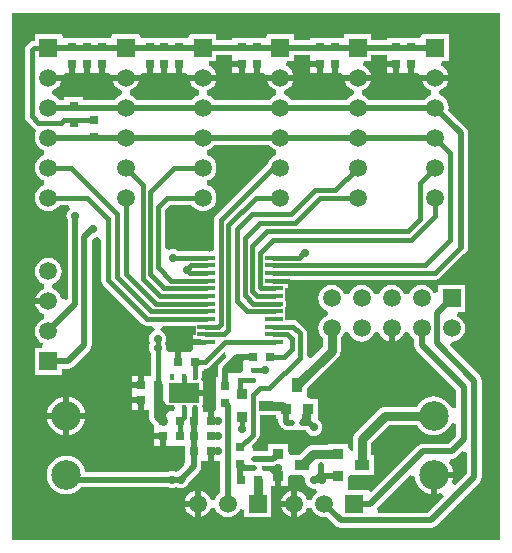
<source format=gtl>
G04*
G04 #@! TF.GenerationSoftware,Altium Limited,Altium Designer,19.0.10 (269)*
G04*
G04 Layer_Physical_Order=1*
G04 Layer_Color=255*
%FSLAX25Y25*%
%MOIN*%
G70*
G01*
G75*
%ADD10C,0.02000*%
%ADD19R,0.03150X0.02953*%
%ADD20R,0.02953X0.03150*%
%ADD21R,0.05000X0.03600*%
%ADD22R,0.03600X0.03600*%
%ADD23R,0.01772X0.01772*%
%ADD24R,0.05906X0.01772*%
G04:AMPARAMS|DCode=25|XSize=68.9mil|YSize=98.43mil|CornerRadius=3.45mil|HoleSize=0mil|Usage=FLASHONLY|Rotation=270.000|XOffset=0mil|YOffset=0mil|HoleType=Round|Shape=RoundedRectangle|*
%AMROUNDEDRECTD25*
21,1,0.06890,0.09153,0,0,270.0*
21,1,0.06201,0.09843,0,0,270.0*
1,1,0.00689,-0.04577,-0.03100*
1,1,0.00689,-0.04577,0.03100*
1,1,0.00689,0.04577,0.03100*
1,1,0.00689,0.04577,-0.03100*
%
%ADD25ROUNDEDRECTD25*%
%ADD26R,0.01772X0.01968*%
%ADD27R,0.01772X0.01772*%
%ADD28R,0.03600X0.05000*%
%ADD29R,0.03600X0.03600*%
%ADD45C,0.01500*%
%ADD46C,0.03000*%
%ADD47R,0.05906X0.05906*%
%ADD48C,0.05906*%
%ADD49R,0.05906X0.05906*%
%ADD50C,0.09843*%
%ADD51C,0.02756*%
G36*
X300500Y197000D02*
X138000D01*
Y372500D01*
X300500D01*
Y197000D01*
D02*
G37*
%LPC*%
G36*
X283453Y365453D02*
X274547D01*
X274075Y364331D01*
X262925D01*
Y363549D01*
X257653D01*
Y365453D01*
X248747D01*
X248575Y364331D01*
X237425D01*
Y363549D01*
X231853D01*
Y365453D01*
X222947D01*
X222575Y364331D01*
X211425D01*
Y363549D01*
X206053D01*
Y365453D01*
X197147D01*
X196575Y364331D01*
X180925D01*
X180253Y365453D01*
X171347D01*
X171075Y364331D01*
X154925D01*
X154453Y365453D01*
X145547D01*
Y363294D01*
X145308D01*
X144430Y363120D01*
X143685Y362622D01*
X142878Y361815D01*
X142380Y361070D01*
X142206Y360192D01*
Y338180D01*
X142380Y337302D01*
X142878Y336558D01*
X145058Y334378D01*
X145078Y334364D01*
X145791Y333592D01*
X145745Y332363D01*
X145662Y332162D01*
X145509Y331000D01*
X145662Y329838D01*
X146110Y328754D01*
X146824Y327824D01*
X147754Y327111D01*
X148559Y326777D01*
X148688Y326112D01*
Y325888D01*
X148559Y325223D01*
X147754Y324889D01*
X146824Y324176D01*
X146110Y323246D01*
X145662Y322162D01*
X145509Y321000D01*
X145662Y319838D01*
X146110Y318754D01*
X146824Y317824D01*
X147754Y317110D01*
X148559Y316777D01*
X148688Y316112D01*
Y315888D01*
X148559Y315223D01*
X147754Y314890D01*
X146824Y314176D01*
X146110Y313246D01*
X145662Y312162D01*
X145509Y311000D01*
X145662Y309838D01*
X146110Y308754D01*
X146824Y307824D01*
X147754Y307111D01*
X148838Y306662D01*
X150000Y306509D01*
X151162Y306662D01*
X152246Y307111D01*
X153176Y307824D01*
X153852Y308706D01*
X156643D01*
X157147Y307206D01*
X156947Y307053D01*
X156486Y306451D01*
X156196Y305751D01*
X156097Y305000D01*
X156196Y304249D01*
X156451Y303633D01*
Y277431D01*
X155935Y277026D01*
X154338Y277662D01*
X153890Y278746D01*
X153176Y279676D01*
X152246Y280389D01*
X151441Y280723D01*
X151312Y281388D01*
Y281612D01*
X151441Y282277D01*
X152246Y282611D01*
X153176Y283324D01*
X153890Y284254D01*
X154338Y285338D01*
X154491Y286500D01*
X154338Y287662D01*
X153890Y288746D01*
X153176Y289676D01*
X152246Y290389D01*
X151162Y290838D01*
X150000Y290991D01*
X148838Y290838D01*
X147754Y290389D01*
X146824Y289676D01*
X146110Y288746D01*
X145662Y287662D01*
X145509Y286500D01*
X145662Y285338D01*
X146110Y284254D01*
X146824Y283324D01*
X147754Y282611D01*
X148559Y282277D01*
X148688Y281612D01*
Y281388D01*
X148559Y280723D01*
X147754Y280389D01*
X146824Y279676D01*
X146110Y278746D01*
X145662Y277662D01*
X145641Y277500D01*
X150000D01*
Y275500D01*
X145641D01*
X145662Y275338D01*
X146110Y274254D01*
X146824Y273324D01*
X147754Y272610D01*
X148559Y272277D01*
X148688Y271612D01*
Y271388D01*
X148559Y270723D01*
X147754Y270390D01*
X146824Y269676D01*
X146110Y268746D01*
X145662Y267662D01*
X145509Y266500D01*
X145662Y265338D01*
X146110Y264254D01*
X146824Y263324D01*
X147754Y262611D01*
X148135Y262453D01*
X147837Y260953D01*
X145547D01*
Y252047D01*
X154453D01*
Y253951D01*
X156500D01*
X157475Y254145D01*
X158302Y254698D01*
X163802Y260198D01*
X164355Y261024D01*
X164549Y262000D01*
Y296944D01*
X165233Y297628D01*
X165751Y297696D01*
X166206Y297884D01*
X167046Y297547D01*
X167706Y297058D01*
Y283500D01*
X167880Y282622D01*
X168378Y281878D01*
X181275Y268980D01*
X182020Y268483D01*
X182898Y268308D01*
X184656D01*
X185748Y267324D01*
X185748Y267324D01*
X185748D01*
X185782Y266808D01*
X185749Y266804D01*
X185049Y266514D01*
X184447Y266053D01*
X183986Y265451D01*
X183696Y264751D01*
X183597Y264000D01*
X183696Y263249D01*
X183986Y262549D01*
X184023Y262500D01*
X183986Y262451D01*
X183696Y261751D01*
X183597Y261000D01*
X183696Y260249D01*
X183986Y259549D01*
X184206Y259262D01*
Y251575D01*
X181791D01*
Y248500D01*
X180791D01*
Y247500D01*
X177815D01*
Y245425D01*
Y244500D01*
X180791D01*
Y243500D01*
X181791D01*
Y240425D01*
X183474D01*
Y238146D01*
X183577Y237363D01*
X183879Y236633D01*
X184360Y236006D01*
X185169Y235197D01*
Y233425D01*
Y232500D01*
X188146D01*
Y231500D01*
X189146D01*
Y228425D01*
X195524D01*
Y223425D01*
X195524D01*
X195380Y221985D01*
X193274Y219879D01*
X192744Y219659D01*
X192574D01*
X191959Y219914D01*
X191208Y220013D01*
X190456Y219914D01*
X189841Y219659D01*
X162354D01*
X162328Y219916D01*
X161961Y221127D01*
X161365Y222242D01*
X160563Y223220D01*
X159585Y224022D01*
X158469Y224619D01*
X157259Y224986D01*
X156000Y225110D01*
X154741Y224986D01*
X153531Y224619D01*
X152415Y224022D01*
X151437Y223220D01*
X150635Y222242D01*
X150039Y221127D01*
X149672Y219916D01*
X149548Y218657D01*
X149672Y217399D01*
X150039Y216188D01*
X150635Y215073D01*
X151437Y214095D01*
X152415Y213293D01*
X153531Y212696D01*
X154741Y212329D01*
X156000Y212205D01*
X157259Y212329D01*
X158469Y212696D01*
X159585Y213293D01*
X160563Y214095D01*
X160945Y214562D01*
X189841D01*
X190456Y214307D01*
X191208Y214208D01*
X191959Y214307D01*
X192574Y214562D01*
X192744D01*
X193359Y214307D01*
X194110Y214208D01*
X194862Y214307D01*
X195562Y214597D01*
X196163Y215058D01*
X196624Y215659D01*
X196879Y216274D01*
X200302Y219698D01*
X200855Y220525D01*
X201049Y221500D01*
Y223425D01*
X203209D01*
Y226500D01*
X205209D01*
Y223425D01*
X207185D01*
X207337Y221988D01*
Y212657D01*
X206710Y212176D01*
X205996Y211246D01*
X205663Y210441D01*
X204998Y210312D01*
X204774D01*
X204108Y210441D01*
X203775Y211246D01*
X203062Y212176D01*
X202131Y212890D01*
X201048Y213338D01*
X200886Y213359D01*
Y209000D01*
Y204641D01*
X201048Y204662D01*
X202131Y205111D01*
X203062Y205824D01*
X203775Y206754D01*
X204108Y207559D01*
X204774Y207688D01*
X204998D01*
X205663Y207559D01*
X205996Y206754D01*
X206710Y205824D01*
X207640Y205111D01*
X208723Y204662D01*
X209886Y204509D01*
X211048Y204662D01*
X212131Y205111D01*
X213061Y205824D01*
X213775Y206754D01*
X213933Y207135D01*
X215433Y206837D01*
Y204547D01*
X224339D01*
Y213453D01*
X224339D01*
X224345Y214950D01*
X225500D01*
Y218250D01*
X227500D01*
Y214950D01*
X229800D01*
Y217490D01*
X230500Y218700D01*
X231300Y218700D01*
X234466D01*
X234824Y218423D01*
X235624Y217200D01*
X235597Y217000D01*
X235696Y216249D01*
X235986Y215549D01*
X236447Y214947D01*
X237049Y214486D01*
X237749Y214196D01*
X238500Y214097D01*
X239078Y214173D01*
X239754Y212890D01*
X238824Y212176D01*
X238110Y211246D01*
X237777Y210441D01*
X237112Y210312D01*
X236888D01*
X236223Y210441D01*
X235890Y211246D01*
X235176Y212176D01*
X234246Y212890D01*
X233162Y213338D01*
X233000Y213359D01*
Y209000D01*
Y204641D01*
X233162Y204662D01*
X234246Y205111D01*
X235176Y205824D01*
X235890Y206754D01*
X236223Y207559D01*
X236888Y207688D01*
X237112D01*
X237777Y207559D01*
X238110Y206754D01*
X238824Y205824D01*
X239754Y205111D01*
X240838Y204662D01*
X242000Y204509D01*
X242783Y204612D01*
X245698Y201698D01*
X246525Y201145D01*
X247500Y200951D01*
X277500D01*
X278475Y201145D01*
X279302Y201698D01*
X293802Y216198D01*
X294355Y217024D01*
X294549Y218000D01*
Y250000D01*
X294355Y250975D01*
X293802Y251802D01*
X284050Y261555D01*
X284338Y262487D01*
X284692Y263034D01*
X285662Y263162D01*
X286746Y263611D01*
X287676Y264324D01*
X288389Y265254D01*
X288838Y266338D01*
X288991Y267500D01*
X288838Y268662D01*
X288389Y269746D01*
X287676Y270676D01*
X286746Y271390D01*
X286365Y271547D01*
X286663Y273047D01*
X288953D01*
Y281953D01*
X280047D01*
Y279663D01*
X278547Y279365D01*
X278390Y279746D01*
X277676Y280676D01*
X276746Y281389D01*
X275662Y281838D01*
X274500Y281991D01*
X273338Y281838D01*
X272254Y281389D01*
X271324Y280676D01*
X270610Y279746D01*
X270277Y278941D01*
X269612Y278812D01*
X269388D01*
X268723Y278941D01*
X268390Y279746D01*
X267676Y280676D01*
X266746Y281389D01*
X265662Y281838D01*
X264500Y281991D01*
X263338Y281838D01*
X262254Y281389D01*
X261324Y280676D01*
X260611Y279746D01*
X260277Y278941D01*
X259612Y278812D01*
X259388D01*
X258723Y278941D01*
X258389Y279746D01*
X257676Y280676D01*
X256746Y281389D01*
X255662Y281838D01*
X254500Y281991D01*
X253338Y281838D01*
X252254Y281389D01*
X251324Y280676D01*
X250610Y279746D01*
X250277Y278941D01*
X249612Y278812D01*
X249388D01*
X248723Y278941D01*
X248390Y279746D01*
X247676Y280676D01*
X246746Y281389D01*
X245662Y281838D01*
X244500Y281991D01*
X243338Y281838D01*
X242254Y281389D01*
X241324Y280676D01*
X240611Y279746D01*
X240162Y278662D01*
X240009Y277500D01*
X240162Y276338D01*
X240611Y275254D01*
X241324Y274324D01*
X242254Y273610D01*
X243059Y273277D01*
X243188Y272612D01*
Y272388D01*
X243059Y271723D01*
X242254Y271390D01*
X241324Y270676D01*
X240611Y269746D01*
X240162Y268662D01*
X240009Y267500D01*
X240162Y266338D01*
X240611Y265254D01*
X241324Y264324D01*
X241474Y264209D01*
Y261253D01*
X237751Y257530D01*
X237429Y257579D01*
X236294Y258195D01*
Y265783D01*
X236120Y266661D01*
X235622Y267405D01*
X233362Y269666D01*
X232618Y270163D01*
X231740Y270337D01*
X228870D01*
Y274469D01*
X229119Y274843D01*
X229294Y275721D01*
X229119Y276598D01*
X228870Y276972D01*
Y281012D01*
X229870D01*
Y283663D01*
X278957D01*
X279835Y283837D01*
X280579Y284334D01*
X288368Y292124D01*
X288475Y292145D01*
X289302Y292698D01*
X289855Y293525D01*
X290049Y294500D01*
Y332500D01*
X289855Y333475D01*
X289302Y334302D01*
X283388Y340217D01*
X283491Y341000D01*
X283338Y342162D01*
X282890Y343246D01*
X282176Y344176D01*
X281246Y344889D01*
X280441Y345223D01*
X280312Y345888D01*
Y346112D01*
X280441Y346777D01*
X281246Y347111D01*
X282176Y347824D01*
X282890Y348754D01*
X283338Y349838D01*
X283360Y350000D01*
X279000D01*
X274640D01*
X274662Y349838D01*
X275111Y348754D01*
X275824Y347824D01*
X276754Y347111D01*
X277559Y346777D01*
X277688Y346112D01*
Y345888D01*
X277559Y345223D01*
X276754Y344889D01*
X275824Y344176D01*
X275343Y343549D01*
X256857D01*
X256376Y344176D01*
X255446Y344889D01*
X254641Y345223D01*
X254512Y345888D01*
Y346112D01*
X254641Y346777D01*
X255446Y347111D01*
X256376Y347824D01*
X257089Y348754D01*
X257538Y349838D01*
X257559Y350000D01*
X253200D01*
X248840D01*
X248862Y349838D01*
X249310Y348754D01*
X250024Y347824D01*
X250954Y347111D01*
X251759Y346777D01*
X251888Y346112D01*
Y345888D01*
X251759Y345223D01*
X250954Y344889D01*
X250024Y344176D01*
X249543Y343549D01*
X231057D01*
X230576Y344176D01*
X229646Y344889D01*
X228841Y345223D01*
X228712Y345888D01*
Y346112D01*
X228841Y346777D01*
X229646Y347111D01*
X230576Y347824D01*
X231290Y348754D01*
X231738Y349838D01*
X231760Y350000D01*
X227400D01*
X223041D01*
X223062Y349838D01*
X223511Y348754D01*
X224224Y347824D01*
X225154Y347111D01*
X225959Y346777D01*
X226088Y346112D01*
Y345888D01*
X225959Y345223D01*
X225154Y344889D01*
X224224Y344176D01*
X223743Y343549D01*
X205257D01*
X204776Y344176D01*
X203846Y344889D01*
X203041Y345223D01*
X202912Y345888D01*
Y346112D01*
X203041Y346777D01*
X203846Y347111D01*
X204776Y347824D01*
X205489Y348754D01*
X205938Y349838D01*
X205960Y350000D01*
X201600D01*
X197240D01*
X197262Y349838D01*
X197711Y348754D01*
X198424Y347824D01*
X199354Y347111D01*
X200159Y346777D01*
X200288Y346112D01*
Y345888D01*
X200159Y345223D01*
X199354Y344889D01*
X198424Y344176D01*
X197943Y343549D01*
X179457D01*
X178976Y344176D01*
X178046Y344889D01*
X177241Y345223D01*
X177112Y345888D01*
Y346112D01*
X177241Y346777D01*
X178046Y347111D01*
X178976Y347824D01*
X179690Y348754D01*
X180138Y349838D01*
X180159Y350000D01*
X175800D01*
X171440D01*
X171462Y349838D01*
X171911Y348754D01*
X172624Y347824D01*
X173554Y347111D01*
X174359Y346777D01*
X174488Y346112D01*
Y345888D01*
X174359Y345223D01*
X173554Y344889D01*
X172624Y344176D01*
X172143Y343549D01*
X161575D01*
Y344585D01*
X155425D01*
Y343549D01*
X153657D01*
X153176Y344176D01*
X152246Y344889D01*
X151441Y345223D01*
X151312Y345888D01*
Y346112D01*
X151441Y346777D01*
X152246Y347111D01*
X153176Y347824D01*
X153890Y348754D01*
X154338Y349838D01*
X154359Y350000D01*
X150000D01*
Y352000D01*
X155026D01*
X155606Y352626D01*
X155724Y352669D01*
X157000D01*
Y355646D01*
X159000D01*
Y352669D01*
X162000D01*
Y355646D01*
X164000D01*
Y352669D01*
X167000D01*
Y355646D01*
X169000D01*
Y352669D01*
X170076D01*
X170190Y352628D01*
X170729Y352000D01*
X175800D01*
X180775D01*
X181400Y352624D01*
X181524Y352669D01*
X183000D01*
Y355646D01*
X185000D01*
Y352669D01*
X187661D01*
Y355646D01*
X189661D01*
Y352669D01*
X192500D01*
Y355646D01*
X194500D01*
Y352669D01*
X195876D01*
X195997Y352625D01*
X196598Y352000D01*
X201600D01*
X205960D01*
X205938Y352162D01*
X205489Y353246D01*
X204776Y354176D01*
X203846Y354889D01*
X203465Y355047D01*
X203763Y356547D01*
X206053D01*
Y358451D01*
X211425D01*
Y356646D01*
X214500D01*
Y355646D01*
X215500D01*
Y352669D01*
X218500D01*
Y355646D01*
X220500D01*
Y352669D01*
X221676D01*
X221792Y352627D01*
X222351Y352000D01*
X227400D01*
X231760D01*
X231738Y352162D01*
X231290Y353246D01*
X230576Y354176D01*
X229646Y354889D01*
X229265Y355047D01*
X229563Y356547D01*
X231853D01*
Y358451D01*
X237425D01*
Y356646D01*
X240500D01*
Y355646D01*
X241500D01*
Y352669D01*
X244500D01*
Y355646D01*
X246500D01*
Y352669D01*
X247476D01*
X247588Y352628D01*
X248109Y352000D01*
X253200D01*
X257559D01*
X257538Y352162D01*
X257089Y353246D01*
X256376Y354176D01*
X255446Y354889D01*
X255065Y355047D01*
X255363Y356547D01*
X257653D01*
Y358451D01*
X262925D01*
Y356646D01*
X266000D01*
Y355646D01*
X267000D01*
Y352669D01*
X270000D01*
Y355646D01*
X272000D01*
Y352669D01*
X273276D01*
X273394Y352626D01*
X273974Y352000D01*
X279000D01*
X283360D01*
X283338Y352162D01*
X282890Y353246D01*
X282176Y354176D01*
X281246Y354889D01*
X280865Y355047D01*
X281163Y356547D01*
X283453D01*
Y365453D01*
D02*
G37*
G36*
X265000Y354646D02*
X262925D01*
Y352669D01*
X265000D01*
Y354646D01*
D02*
G37*
G36*
X239500D02*
X237425D01*
Y352669D01*
X239500D01*
Y354646D01*
D02*
G37*
G36*
X213500D02*
X211425D01*
Y352669D01*
X213500D01*
Y354646D01*
D02*
G37*
G36*
X179791Y251575D02*
X177815D01*
Y249500D01*
X179791D01*
Y251575D01*
D02*
G37*
G36*
Y242500D02*
X177815D01*
Y240425D01*
X179791D01*
Y242500D01*
D02*
G37*
G36*
X157000Y244696D02*
Y239342D01*
X162354D01*
X162328Y239601D01*
X161961Y240812D01*
X161365Y241927D01*
X160563Y242905D01*
X159585Y243707D01*
X158469Y244304D01*
X157259Y244671D01*
X157000Y244696D01*
D02*
G37*
G36*
X155000D02*
X154741Y244671D01*
X153531Y244304D01*
X152415Y243707D01*
X151437Y242905D01*
X150635Y241927D01*
X150039Y240812D01*
X149672Y239601D01*
X149646Y239342D01*
X155000D01*
Y244696D01*
D02*
G37*
G36*
X162354Y237343D02*
X157000D01*
Y231989D01*
X157259Y232014D01*
X158469Y232381D01*
X159585Y232978D01*
X160563Y233780D01*
X161365Y234758D01*
X161961Y235873D01*
X162328Y237084D01*
X162354Y237343D01*
D02*
G37*
G36*
X155000D02*
X149646D01*
X149672Y237084D01*
X150039Y235873D01*
X150635Y234758D01*
X151437Y233780D01*
X152415Y232978D01*
X153531Y232381D01*
X154741Y232014D01*
X155000Y231989D01*
Y237343D01*
D02*
G37*
G36*
X187146Y230500D02*
X185169D01*
Y228425D01*
X187146D01*
Y230500D01*
D02*
G37*
G36*
X198886Y213359D02*
X198723Y213338D01*
X197640Y212890D01*
X196710Y212176D01*
X195996Y211246D01*
X195548Y210162D01*
X195526Y210000D01*
X198886D01*
Y213359D01*
D02*
G37*
G36*
X231000D02*
X230838Y213338D01*
X229754Y212890D01*
X228824Y212176D01*
X228111Y211246D01*
X227662Y210162D01*
X227641Y210000D01*
X231000D01*
Y213359D01*
D02*
G37*
G36*
X198886Y208000D02*
X195526D01*
X195548Y207838D01*
X195996Y206754D01*
X196710Y205824D01*
X197640Y205111D01*
X198723Y204662D01*
X198886Y204641D01*
Y208000D01*
D02*
G37*
G36*
X231000D02*
X227641D01*
X227662Y207838D01*
X228111Y206754D01*
X228824Y205824D01*
X229754Y205111D01*
X230838Y204662D01*
X231000Y204641D01*
Y208000D01*
D02*
G37*
%LPD*%
G36*
X224224Y327824D02*
X225154Y327111D01*
X225959Y326777D01*
X226088Y326112D01*
Y325888D01*
X225959Y325223D01*
X225154Y324889D01*
X224224Y324176D01*
X223511Y323246D01*
X223164Y322408D01*
X205878Y305122D01*
X205381Y304378D01*
X205206Y303500D01*
Y293695D01*
X205203Y293692D01*
X203706Y293030D01*
X203461Y293194D01*
X202583Y293369D01*
X193238D01*
X192951Y293589D01*
X192251Y293879D01*
X191500Y293978D01*
X190749Y293879D01*
X190294Y293690D01*
X189454Y294028D01*
X188794Y294517D01*
Y306904D01*
X190596Y308706D01*
X197748D01*
X198424Y307824D01*
X199354Y307111D01*
X200438Y306662D01*
X201600Y306509D01*
X202762Y306662D01*
X203846Y307111D01*
X204776Y307824D01*
X205489Y308754D01*
X205938Y309838D01*
X206091Y311000D01*
X205938Y312162D01*
X205489Y313246D01*
X204776Y314176D01*
X203846Y314890D01*
X203041Y315223D01*
X202912Y315888D01*
Y316112D01*
X203041Y316777D01*
X203846Y317110D01*
X204776Y317824D01*
X205489Y318754D01*
X205938Y319838D01*
X206091Y321000D01*
X205938Y322162D01*
X205489Y323246D01*
X204776Y324176D01*
X203846Y324889D01*
X203041Y325223D01*
X202912Y325888D01*
Y326112D01*
X203041Y326777D01*
X203846Y327111D01*
X204776Y327824D01*
X205257Y328451D01*
X223743D01*
X224224Y327824D01*
D02*
G37*
G36*
X265500Y263141D02*
X265662Y263162D01*
X266746Y263611D01*
X267676Y264324D01*
X268390Y265254D01*
X268723Y266059D01*
X269388Y266188D01*
X269612D01*
X270277Y266059D01*
X270610Y265254D01*
X271324Y264324D01*
X271951Y263843D01*
Y262000D01*
X272145Y261025D01*
X272698Y260198D01*
X285951Y246944D01*
Y241068D01*
X284461Y240812D01*
X283865Y241927D01*
X283063Y242905D01*
X282085Y243707D01*
X280969Y244304D01*
X279759Y244671D01*
X278500Y244795D01*
X277241Y244671D01*
X276031Y244304D01*
X274915Y243707D01*
X273938Y242905D01*
X273135Y241927D01*
X272836Y241368D01*
X262343D01*
X261559Y241265D01*
X260830Y240963D01*
X260203Y240482D01*
X260203Y240482D01*
X252360Y232640D01*
X251880Y232013D01*
X251577Y231283D01*
X251474Y230500D01*
Y226612D01*
X251300Y226565D01*
X249800Y227715D01*
Y229050D01*
X243200D01*
Y228776D01*
X238250D01*
X238250Y228776D01*
X237467Y228673D01*
X236737Y228370D01*
X236110Y227890D01*
X233521Y225300D01*
X230500Y225300D01*
X229800Y226510D01*
Y229050D01*
X223200D01*
Y226624D01*
X218500D01*
X218230Y226825D01*
X218058Y228668D01*
X219768Y230378D01*
X220265Y231122D01*
X220440Y232000D01*
Y238450D01*
X225950D01*
Y237200D01*
X226701D01*
Y236500D01*
X226895Y235525D01*
X227448Y234698D01*
X227948Y234198D01*
X228775Y233645D01*
X229750Y233451D01*
X231425D01*
X232245Y233614D01*
X233754D01*
X234575Y233451D01*
X235819D01*
X235986Y233049D01*
X236447Y232447D01*
X237049Y231986D01*
X237749Y231696D01*
X238500Y231597D01*
X239251Y231696D01*
X239951Y231986D01*
X240553Y232447D01*
X241014Y233049D01*
X241304Y233749D01*
X241403Y234500D01*
X241304Y235251D01*
X241014Y235951D01*
X240553Y236553D01*
X240050Y237200D01*
Y243800D01*
X237510D01*
X236300Y244500D01*
Y247521D01*
X246640Y257860D01*
X246640Y257860D01*
X247120Y258487D01*
X247423Y259217D01*
X247526Y260000D01*
X247526Y260000D01*
Y264209D01*
X247676Y264324D01*
X248390Y265254D01*
X248723Y266059D01*
X249388Y266188D01*
X249612D01*
X250277Y266059D01*
X250610Y265254D01*
X251324Y264324D01*
X252254Y263611D01*
X253338Y263162D01*
X254500Y263009D01*
X255662Y263162D01*
X256746Y263611D01*
X257676Y264324D01*
X258389Y265254D01*
X258723Y266059D01*
X259388Y266188D01*
X259612D01*
X260277Y266059D01*
X260611Y265254D01*
X261324Y264324D01*
X262254Y263611D01*
X263338Y263162D01*
X263500Y263141D01*
Y267500D01*
X265500D01*
Y263141D01*
D02*
G37*
G36*
X199130Y265311D02*
X198130D01*
Y263925D01*
X200918D01*
X200960Y263862D01*
X201705Y263365D01*
X202583Y263190D01*
Y261925D01*
X198130D01*
Y260539D01*
X197113Y259461D01*
X194146D01*
Y256386D01*
X192146D01*
Y259461D01*
X190601D01*
X190245Y259677D01*
X189353Y260623D01*
X189403Y261000D01*
X189304Y261751D01*
X189014Y262451D01*
X188977Y262500D01*
X189014Y262549D01*
X189304Y263249D01*
X189403Y264000D01*
X189304Y264751D01*
X189014Y265451D01*
X188553Y266053D01*
X187951Y266514D01*
X187251Y266804D01*
X187218Y266808D01*
X187252Y267324D01*
X187252D01*
X187252Y267324D01*
X188344Y268308D01*
X199130D01*
Y265311D01*
D02*
G37*
G36*
X208773Y259499D02*
X209267Y257872D01*
X207198Y255802D01*
X206645Y254976D01*
X206451Y254000D01*
Y251331D01*
X205925D01*
Y245378D01*
Y240155D01*
X205925Y240155D01*
X205925Y240155D01*
X205209Y239833D01*
Y236500D01*
X203209D01*
Y239575D01*
X201435D01*
Y240882D01*
X201242Y241853D01*
X201460Y242180D01*
X201603Y242900D01*
Y245000D01*
X195146D01*
Y247000D01*
X201603D01*
Y249100D01*
X201460Y249820D01*
X201052Y250430D01*
X201044Y250436D01*
X201180Y251118D01*
Y253311D01*
X201831D01*
Y254092D01*
X202386D01*
X203264Y254266D01*
X204008Y254764D01*
X208748Y259504D01*
X208773Y259499D01*
D02*
G37*
G36*
X285951Y235617D02*
Y231556D01*
X283444Y229049D01*
X274925D01*
X273950Y228855D01*
X273123Y228302D01*
X257740Y212920D01*
X256453Y213453D01*
Y213453D01*
X249807D01*
X249800Y214953D01*
Y217490D01*
X250500Y218700D01*
X251300Y218700D01*
X258500D01*
Y225300D01*
X257526D01*
Y229247D01*
X263596Y235317D01*
X272836D01*
X273135Y234758D01*
X273938Y233780D01*
X274915Y232978D01*
X276031Y232381D01*
X277241Y232014D01*
X278500Y231890D01*
X279759Y232014D01*
X280969Y232381D01*
X282085Y232978D01*
X283063Y233780D01*
X283865Y234758D01*
X284461Y235873D01*
X285951Y235617D01*
D02*
G37*
G36*
X289451Y225886D02*
Y219056D01*
X285678Y215283D01*
X284460Y216186D01*
X284461Y216188D01*
X284828Y217399D01*
X284854Y217657D01*
X279500D01*
Y212304D01*
X279759Y212329D01*
X280969Y212696D01*
X280971Y212697D01*
X281875Y211479D01*
X276444Y206049D01*
X260127D01*
X260039Y206162D01*
X259579Y207549D01*
X270561Y218531D01*
X272116Y217965D01*
X272172Y217399D01*
X272539Y216188D01*
X273135Y215073D01*
X273938Y214095D01*
X274915Y213293D01*
X276031Y212696D01*
X277241Y212329D01*
X277500Y212304D01*
Y218657D01*
X278500D01*
Y219657D01*
X284854D01*
X284828Y219916D01*
X284461Y221127D01*
X283865Y222242D01*
X283694Y222451D01*
X284403Y223951D01*
X284500D01*
X285475Y224145D01*
X286302Y224698D01*
X288065Y226460D01*
X289451Y225886D01*
D02*
G37*
D10*
X201600Y361000D02*
X227400D01*
X238500Y217000D02*
X239141D01*
X241000Y218859D01*
X238500Y217000D02*
X240890D01*
X241000Y217110D01*
X253200Y361000D02*
X279000D01*
X227400D02*
X253200D01*
X175800D02*
X201600D01*
X151500D02*
X175800D01*
X159000Y331000D02*
X175800D01*
X159000Y341000D02*
X175800D01*
X241000Y217110D02*
X242140Y218250D01*
X191208Y217110D02*
X194110D01*
X156000D02*
X191208D01*
X241000Y218859D02*
Y221925D01*
X236750Y239750D02*
Y240500D01*
Y238175D02*
Y239750D01*
X235500Y236925D02*
X236750Y238175D01*
X234575Y236000D02*
X235500Y236925D01*
Y238500D01*
X236750Y239750D01*
Y236250D02*
Y238175D01*
X237000Y236000D02*
X238500Y234500D01*
X236750Y236250D02*
X237000Y236000D01*
X234575D02*
X237000D01*
X242140Y218250D02*
X246500D01*
X229750Y236000D02*
X231425D01*
X229250Y236500D02*
X229750Y236000D01*
X229250Y236500D02*
Y240500D01*
X198500Y221500D02*
Y226500D01*
X194110Y217110D02*
X198500Y221500D01*
X164500Y300500D02*
X165000D01*
X162000Y298000D02*
X164500Y300500D01*
X159000Y275500D02*
Y305000D01*
X162000Y262000D02*
Y298000D01*
X156500Y256500D02*
X162000Y262000D01*
X150000Y256500D02*
X156500D01*
X150000Y266500D02*
X159000Y275500D01*
X198500Y236500D02*
X198886Y236886D01*
X198500Y231500D02*
Y236500D01*
Y226500D02*
Y231500D01*
X198886Y236886D02*
Y240882D01*
X209000Y242646D02*
X209886Y241760D01*
Y209000D02*
Y241760D01*
X215220Y220925D02*
X218500D01*
X214000Y222146D02*
X215220Y220925D01*
X214000Y217146D02*
X214146Y217000D01*
X214000Y217146D02*
Y222146D01*
X213000Y255500D02*
X214000D01*
X211425D02*
X213000D01*
Y253575D02*
X214000D01*
X212500D02*
X213000D01*
Y255500D02*
Y258000D01*
Y253575D02*
Y255500D01*
X214000D02*
Y257000D01*
Y253575D02*
Y255500D01*
X211000Y255075D02*
X211425Y255500D01*
X211000Y256000D02*
X213000Y258000D01*
X209000Y254000D02*
X211000Y256000D01*
X209425Y253575D02*
X212500D01*
X211000Y255075D02*
Y256000D01*
Y255075D02*
X212500Y253575D01*
X215000Y258000D02*
X218146D01*
X213000D02*
X215000D01*
X214000Y257000D02*
X215000Y258000D01*
X209000Y254000D02*
X209425Y253575D01*
X209000Y248354D02*
Y254000D01*
X222000Y224075D02*
X224825D01*
X218500D02*
X222000D01*
X224825D02*
X226500Y225750D01*
X284500Y226500D02*
X288500Y230500D01*
X274925Y226500D02*
X284500D01*
X257425Y209000D02*
X274925Y226500D01*
X288500Y230500D02*
Y248000D01*
X274500Y262000D02*
X288500Y248000D01*
X274500Y262000D02*
Y267500D01*
X279500Y262500D02*
X292000Y250000D01*
Y218000D02*
Y250000D01*
X277500Y203500D02*
X292000Y218000D01*
X279500Y262500D02*
Y272500D01*
X252000Y209000D02*
X257425D01*
X190000Y240882D02*
X191405D01*
X188146D02*
X190000D01*
X188146Y239028D02*
X190000Y240882D01*
X187146Y238028D02*
X188146Y239028D01*
Y240882D01*
Y236500D02*
Y239028D01*
X187146Y237500D02*
Y238028D01*
X186882Y240882D02*
X188146D01*
X186500Y243500D02*
X188146Y241854D01*
Y240882D02*
Y241854D01*
X186500Y240500D02*
X186882Y240882D01*
X242000Y209000D02*
X247500Y203500D01*
X277500D01*
X279500Y272500D02*
X284500Y277500D01*
X201600Y331000D02*
X227400D01*
X287500Y294500D02*
Y332500D01*
X279000Y341000D02*
X287500Y332500D01*
X253200Y341000D02*
X279000D01*
X227400D02*
X253200D01*
X201600D02*
X227400D01*
X175800D02*
X201600D01*
X150000D02*
X159000D01*
X253200Y331000D02*
X279000D01*
X227400D02*
X253200D01*
X175800D02*
X201600D01*
X150000D02*
X159000D01*
D19*
X214000Y227854D02*
D03*
Y222146D02*
D03*
X209000Y242646D02*
D03*
Y248354D02*
D03*
X184000Y361354D02*
D03*
Y355646D02*
D03*
X168000Y361354D02*
D03*
Y355646D02*
D03*
X163000Y361354D02*
D03*
Y355646D02*
D03*
X158000Y361354D02*
D03*
Y355646D02*
D03*
X158500Y341609D02*
D03*
Y335900D02*
D03*
X165233Y331146D02*
D03*
Y336854D02*
D03*
X219500Y361354D02*
D03*
Y355646D02*
D03*
X214500Y361354D02*
D03*
Y355646D02*
D03*
X193500Y361354D02*
D03*
Y355646D02*
D03*
X188661Y361354D02*
D03*
Y355646D02*
D03*
X271000Y361354D02*
D03*
Y355646D02*
D03*
X266000Y361354D02*
D03*
Y355646D02*
D03*
X245500Y361354D02*
D03*
Y355646D02*
D03*
X240500Y361354D02*
D03*
Y355646D02*
D03*
D20*
X223854Y258000D02*
D03*
X218146D02*
D03*
X219854Y217000D02*
D03*
X214146D02*
D03*
X198500Y236500D02*
D03*
X204209D02*
D03*
X198500Y231500D02*
D03*
X204209D02*
D03*
X198500Y226500D02*
D03*
X204209D02*
D03*
X186500Y243500D02*
D03*
X180791D02*
D03*
X186500Y248500D02*
D03*
X180791D02*
D03*
X193854Y236500D02*
D03*
X188146D02*
D03*
X193146Y256386D02*
D03*
X198854D02*
D03*
X188146Y231500D02*
D03*
X193854D02*
D03*
D21*
X254500Y222000D02*
D03*
X234500D02*
D03*
X222500Y241750D02*
D03*
D22*
X246500Y225750D02*
D03*
Y218250D02*
D03*
X226500Y225750D02*
D03*
Y218250D02*
D03*
X214500Y245500D02*
D03*
Y238000D02*
D03*
D23*
X241000Y221925D02*
D03*
Y225075D02*
D03*
X218500Y220925D02*
D03*
Y224075D02*
D03*
X222000Y220925D02*
D03*
Y224075D02*
D03*
X218146Y253575D02*
D03*
Y250425D02*
D03*
X214000Y253575D02*
D03*
Y250425D02*
D03*
D24*
X202583Y268043D02*
D03*
X225417Y278279D02*
D03*
X202583Y270602D02*
D03*
Y273161D02*
D03*
Y275721D02*
D03*
Y291075D02*
D03*
X225417Y280839D02*
D03*
X202583Y288516D02*
D03*
X225417Y283398D02*
D03*
Y288516D02*
D03*
Y291075D02*
D03*
Y285957D02*
D03*
X202583Y278279D02*
D03*
Y280839D02*
D03*
Y285957D02*
D03*
Y283398D02*
D03*
X225417Y265484D02*
D03*
Y268043D02*
D03*
Y262925D02*
D03*
X202583D02*
D03*
Y265484D02*
D03*
X225417Y270602D02*
D03*
Y273161D02*
D03*
Y275721D02*
D03*
D25*
X195146Y246000D02*
D03*
D26*
X198886Y240882D02*
D03*
X191405Y251118D02*
D03*
X198886D02*
D03*
X191405Y240882D02*
D03*
X195146D02*
D03*
X195146Y251118D02*
D03*
D27*
X234575Y236000D02*
D03*
X231425D02*
D03*
D28*
X233000Y248500D02*
D03*
D29*
X229250Y240500D02*
D03*
X236750D02*
D03*
D45*
X186500Y261000D02*
Y264000D01*
Y249500D02*
Y261000D01*
X222276Y253575D02*
X222351Y253500D01*
X218146Y253575D02*
X222276D01*
X204209Y226500D02*
X206451D01*
X204209Y231500D02*
X206451D01*
X204209Y236500D02*
X206451D01*
X195146Y246000D02*
X195146Y246000D01*
Y251118D01*
X245700Y313500D02*
X253200Y321000D01*
X238794Y313500D02*
X245700D01*
X230794Y305500D02*
X238794Y313500D01*
X240462Y311000D02*
X253200D01*
X232185Y302722D02*
X240462Y311000D01*
X220722Y302722D02*
X232185D01*
X218017Y305500D02*
X230794D01*
X230028Y283398D02*
X231425Y282000D01*
X225417Y283398D02*
X230028D01*
X214500Y234000D02*
Y238000D01*
X223825Y220925D02*
X226425D01*
X222000D02*
X223825D01*
X226500Y218250D01*
X226425Y220925D02*
X226500Y221000D01*
X219500Y351000D02*
X227400D01*
X219500D02*
Y355646D01*
X214500Y351000D02*
Y355646D01*
X193500Y351000D02*
Y355646D01*
X188661Y351000D02*
Y355646D01*
X184000Y351000D02*
Y355646D01*
X168000Y351500D02*
Y355646D01*
X163000Y351500D02*
Y355646D01*
X158000Y351500D02*
Y355646D01*
X155192Y336854D02*
X165233D01*
X186500Y249500D02*
X187000Y249000D01*
X146680Y336000D02*
X154338D01*
X144500Y338180D02*
X146680Y336000D01*
X144500Y338180D02*
Y360192D01*
X150000Y361000D02*
X151500D01*
X145308D02*
X150000D01*
X144500Y360192D02*
X145308Y361000D01*
X154338Y336000D02*
X155192Y336854D01*
X196163Y287000D02*
X197206Y285957D01*
X202583D01*
X196163Y287000D02*
X197679Y288516D01*
X202583D01*
X189646Y311000D02*
X201600D01*
X186500Y307854D02*
X189646Y311000D01*
X186500Y287957D02*
Y307854D01*
X192035Y321000D02*
X201600D01*
X184000Y312965D02*
X192035Y321000D01*
X184000Y285500D02*
Y312965D01*
X229480Y265484D02*
X231183Y263782D01*
Y260683D02*
Y263782D01*
X228500Y258000D02*
X231183Y260683D01*
X234000Y257750D02*
Y265783D01*
X231740Y268043D02*
X234000Y265783D01*
X225417Y268043D02*
X231740D01*
X225417Y265484D02*
X229480D01*
X223750Y247500D02*
X234000Y257750D01*
X219721Y278279D02*
X225417D01*
X218000Y280000D02*
X219721Y278279D01*
X218000Y280000D02*
Y295060D01*
X220500Y281339D02*
Y292500D01*
Y281339D02*
X221000Y280839D01*
X225417D01*
X215500Y278500D02*
X218280Y275721D01*
X271000Y297000D02*
X279000Y305000D01*
X225000Y297000D02*
X271000D01*
X220500Y292500D02*
X225000Y297000D01*
X225417Y288516D02*
X275516D01*
X225417Y285957D02*
X278957D01*
X270000Y300000D02*
X274000Y304000D01*
X222940Y300000D02*
X270000D01*
X218000Y295060D02*
X222940Y300000D01*
X215500Y297500D02*
X220722Y302722D01*
X213000Y300483D02*
X218017Y305500D01*
X215500Y278500D02*
Y297500D01*
X213000Y276500D02*
Y300483D01*
X225417Y275721D02*
X227000D01*
X235000Y292500D02*
X235500D01*
X233575Y291075D02*
X235000Y292500D01*
X225417Y291075D02*
X233575D01*
X191500D02*
X202583D01*
X219124Y311000D02*
X227400D01*
X210000Y301876D02*
X219124Y311000D01*
X210000Y267000D02*
Y301876D01*
X225000Y321000D02*
X227400D01*
X207500Y303500D02*
X225000Y321000D01*
X207500Y269000D02*
Y303500D01*
X191059Y283398D02*
X202583D01*
X186500Y287957D02*
X191059Y283398D01*
X186500Y248500D02*
X187000Y249000D01*
X279000Y305000D02*
Y311000D01*
X274000Y304000D02*
Y316000D01*
X220500Y247500D02*
X223750D01*
X218146Y245146D02*
X220500Y247500D01*
X218146Y232000D02*
Y245146D01*
X163000Y311000D02*
X170000Y304000D01*
Y283500D02*
Y304000D01*
Y283500D02*
X182898Y270602D01*
X157500Y321000D02*
X173000Y305500D01*
Y284500D02*
Y305500D01*
Y284500D02*
X184339Y273161D01*
X150000Y311000D02*
X163000D01*
X150000Y321000D02*
X157500D01*
X193854Y231500D02*
Y236500D01*
X195146Y237791D01*
Y240882D01*
X198886Y256386D02*
Y256886D01*
Y251118D02*
Y256386D01*
X202386D01*
X198854D02*
X198886D01*
X214000Y227854D02*
X218146Y232000D01*
X223854Y258000D02*
X228500D01*
X214000Y246000D02*
X214500Y245500D01*
X214000Y246000D02*
Y250425D01*
X218146D01*
X202386Y256386D02*
X208925Y262925D01*
X225417D01*
X216339Y273161D02*
X225417D01*
X213000Y276500D02*
X216339Y273161D01*
X218280Y275721D02*
X225417D01*
X278957Y285957D02*
X287500Y294500D01*
X279000Y331000D02*
X284000Y326000D01*
Y297000D02*
Y326000D01*
X275516Y288516D02*
X284000Y297000D01*
X182898Y270602D02*
X202583D01*
X184339Y273161D02*
X202583D01*
X175800Y285700D02*
X185780Y275721D01*
X175800Y285700D02*
Y311000D01*
X185780Y275721D02*
X202583D01*
X187221Y278279D02*
X202583D01*
X181500Y284000D02*
X187221Y278279D01*
X181500Y284000D02*
Y315300D01*
X184000Y285500D02*
X188661Y280839D01*
X175800Y321000D02*
X181500Y315300D01*
X188661Y280839D02*
X202583D01*
X274000Y316000D02*
X279000Y321000D01*
X208484Y265484D02*
X210000Y267000D01*
X202583Y265484D02*
X208484D01*
X202583Y268043D02*
X206543D01*
X207500Y269000D01*
D46*
X238250Y225750D02*
X246500D01*
X234500Y222000D02*
X238250Y225750D01*
X219854Y217000D02*
X219886Y216969D01*
Y209000D02*
Y216969D01*
X244500Y260000D02*
Y267500D01*
X233000Y248500D02*
X244500Y260000D01*
X262343Y238342D02*
X278500D01*
X254500Y230500D02*
X262343Y238342D01*
X254500Y222000D02*
Y230500D01*
X187146Y237500D02*
X188146Y236500D01*
X186500Y238146D02*
X187146Y237500D01*
X186500Y240500D02*
Y243500D01*
Y238146D02*
Y240500D01*
Y243500D02*
Y248500D01*
X228000Y241750D02*
X229250Y240500D01*
X222500Y241750D02*
X228000D01*
D47*
X219886Y209000D02*
D03*
X252000D02*
D03*
X284500Y277500D02*
D03*
D48*
X209886Y209000D02*
D03*
X199886D02*
D03*
X175800Y351000D02*
D03*
Y341000D02*
D03*
Y331000D02*
D03*
Y321000D02*
D03*
Y311000D02*
D03*
X150000Y351000D02*
D03*
Y341000D02*
D03*
Y331000D02*
D03*
Y321000D02*
D03*
Y311000D02*
D03*
Y266500D02*
D03*
Y276500D02*
D03*
Y286500D02*
D03*
X227400Y351000D02*
D03*
Y341000D02*
D03*
Y331000D02*
D03*
Y321000D02*
D03*
Y311000D02*
D03*
X201600Y351000D02*
D03*
Y341000D02*
D03*
Y331000D02*
D03*
Y321000D02*
D03*
Y311000D02*
D03*
X242000Y209000D02*
D03*
X232000D02*
D03*
X254500Y267500D02*
D03*
Y277500D02*
D03*
X264500Y267500D02*
D03*
Y277500D02*
D03*
X274500Y267500D02*
D03*
Y277500D02*
D03*
X284500Y267500D02*
D03*
X244500D02*
D03*
Y277500D02*
D03*
X279000Y351000D02*
D03*
Y341000D02*
D03*
Y331000D02*
D03*
Y321000D02*
D03*
Y311000D02*
D03*
X253200Y351000D02*
D03*
Y341000D02*
D03*
Y331000D02*
D03*
Y321000D02*
D03*
Y311000D02*
D03*
D49*
X175800Y361000D02*
D03*
X150000D02*
D03*
Y256500D02*
D03*
X227400Y361000D02*
D03*
X201600D02*
D03*
X279000D02*
D03*
X253200D02*
D03*
D50*
X278500Y238342D02*
D03*
Y218657D02*
D03*
X156000D02*
D03*
Y238342D02*
D03*
D51*
X186500Y261000D02*
D03*
X290000Y360000D02*
D03*
X295000Y350000D02*
D03*
X290000Y340000D02*
D03*
X295000Y330000D02*
D03*
Y310000D02*
D03*
Y290000D02*
D03*
Y270000D02*
D03*
X290000Y260000D02*
D03*
X295000Y210000D02*
D03*
X290000Y200000D02*
D03*
X285000Y350000D02*
D03*
X280000Y200000D02*
D03*
X270000Y260000D02*
D03*
X275000Y250000D02*
D03*
Y210000D02*
D03*
X260000Y260000D02*
D03*
X265000Y250000D02*
D03*
Y210000D02*
D03*
X250000Y260000D02*
D03*
X255000Y250000D02*
D03*
X250000Y240000D02*
D03*
X245000Y250000D02*
D03*
X240000Y200000D02*
D03*
X235000Y350000D02*
D03*
X230000Y200000D02*
D03*
X220000D02*
D03*
X210000Y320000D02*
D03*
Y200000D02*
D03*
X200000D02*
D03*
X190000D02*
D03*
X180000Y260000D02*
D03*
X185000Y210000D02*
D03*
X180000Y200000D02*
D03*
X175000Y270000D02*
D03*
X170000Y260000D02*
D03*
Y240000D02*
D03*
X175000Y230000D02*
D03*
Y210000D02*
D03*
X170000Y200000D02*
D03*
X165000Y250000D02*
D03*
Y230000D02*
D03*
Y210000D02*
D03*
X160000Y200000D02*
D03*
X150000Y300000D02*
D03*
X155000Y250000D02*
D03*
X150000Y200000D02*
D03*
X140000Y360000D02*
D03*
Y340000D02*
D03*
Y320000D02*
D03*
Y300000D02*
D03*
X145000Y290000D02*
D03*
X140000Y280000D02*
D03*
X145000Y270000D02*
D03*
X140000Y260000D02*
D03*
X145000Y250000D02*
D03*
X140000Y240000D02*
D03*
X145000Y230000D02*
D03*
X140000Y220000D02*
D03*
X145000Y210000D02*
D03*
X140000Y200000D02*
D03*
X238500Y217000D02*
D03*
X206451Y226500D02*
D03*
Y231500D02*
D03*
Y236500D02*
D03*
X238000Y260000D02*
D03*
X231425Y272000D02*
D03*
Y282000D02*
D03*
X261500Y207500D02*
D03*
X271324Y230500D02*
D03*
X262500D02*
D03*
Y220500D02*
D03*
X259579Y264209D02*
D03*
X249612Y263862D02*
D03*
X237777Y245500D02*
D03*
X250000Y230500D02*
D03*
X231425Y227000D02*
D03*
X219854Y228000D02*
D03*
X222000Y236633D02*
D03*
X214500Y234000D02*
D03*
X226500Y221000D02*
D03*
X204209Y221673D02*
D03*
X188146Y226624D02*
D03*
X183474Y231500D02*
D03*
X180791Y239000D02*
D03*
Y253000D02*
D03*
X175800Y243500D02*
D03*
Y248500D02*
D03*
X222351Y253500D02*
D03*
X204108Y249100D02*
D03*
Y241068D02*
D03*
X198886Y246000D02*
D03*
X195146D02*
D03*
X191959D02*
D03*
X195876Y266514D02*
D03*
X191500Y261500D02*
D03*
X195876Y262925D02*
D03*
X192500Y305000D02*
D03*
X201435Y300000D02*
D03*
X192744Y298000D02*
D03*
X196163Y287000D02*
D03*
X271000Y351000D02*
D03*
X266000D02*
D03*
X245500D02*
D03*
X240500D02*
D03*
X219500D02*
D03*
X214500D02*
D03*
X193500D02*
D03*
X188661D02*
D03*
X184000D02*
D03*
X168000Y351500D02*
D03*
X163000D02*
D03*
X158000D02*
D03*
X241390Y217110D02*
D03*
X191208D02*
D03*
X235500Y292500D02*
D03*
X191500Y291075D02*
D03*
X186500Y264000D02*
D03*
X238500Y234500D02*
D03*
X194110Y217110D02*
D03*
X165000Y300500D02*
D03*
X159000Y305000D02*
D03*
M02*

</source>
